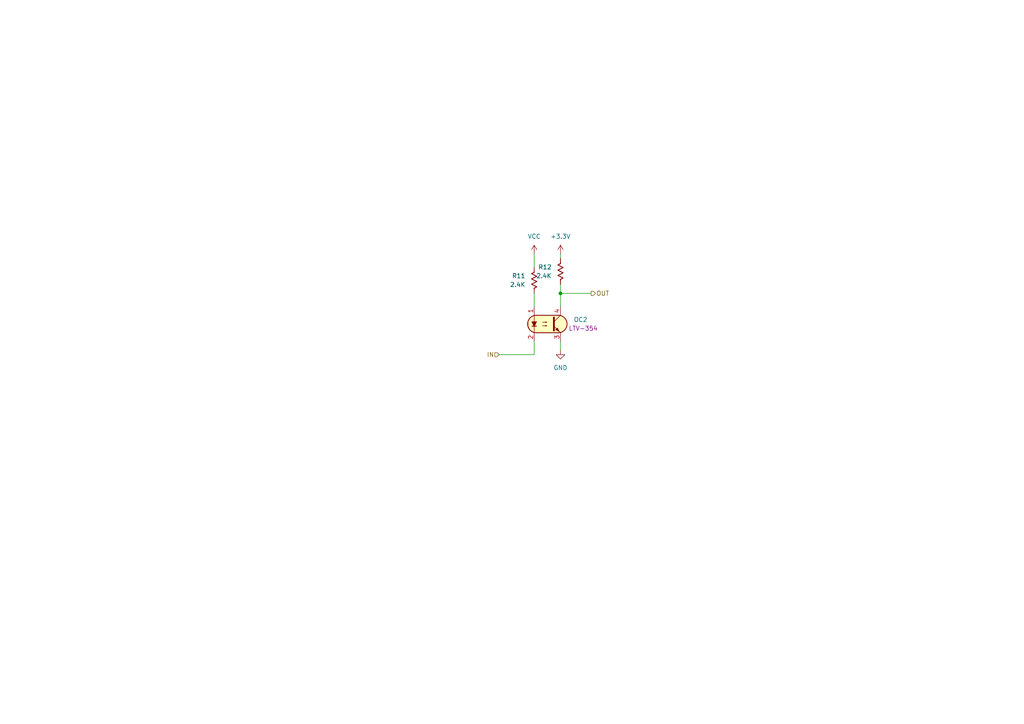
<source format=kicad_sch>
(kicad_sch (version 20250114) (generator "eeschema") (generator_version "9.0")
  (paper "A4")
  (lib_symbols
    (symbol "GP8211S-TC50:R_0603" (pin_numbers (hide yes)) (pin_names (offset 0))
      (property "Reference" "R" (at 2.54 1.27 0))
      (property "Value" "R_0603" (at 2.54 -1.27 0))
      (symbol "R_0603_0_1"
        (polyline (pts (xy 0 2.286) (xy 0 2.54)) (stroke (width 0.254)))
        (polyline (pts (xy 0 2.286) (xy 0.762 1.905) (xy -0.762 1.143) (xy 0 0.762) (xy 0.762 0.381) (xy 0 0) (xy -0.762 -0.381) (xy 0 -0.762) (xy 0.762 -1.143) (xy 0 -1.524) (xy -0.762 -1.905) (xy 0 -2.286)) (stroke (width 0.254)))
        (polyline (pts (xy 0 -2.286) (xy 0 -2.54)) (stroke (width 0.254)))
      )
      (symbol "R_0603_0_2"
        (polyline (pts (xy -2.54 -2.54) (xy -1.778 -1.778)))
        (polyline (pts (xy -1.778 -1.778) (xy -1.524 -1.524)) (stroke (width 0.254)))
        (polyline (pts (xy -1.524 -1.524) (xy -1.778 -0.762) (xy -1.016 -1.016)) (stroke (width 0.254)))
        (polyline (pts (xy -0.508 -0.508) (xy -0.762 0.254) (xy 0 0)) (stroke (width 0.254)))
        (polyline (pts (xy -0.508 -0.508) (xy -0.254 -1.27) (xy -1.016 -1.016)) (stroke (width 0.254)))
        (polyline (pts (xy 0.508 0.508) (xy 0.254 1.27) (xy 1.016 1.016)) (stroke (width 0.254)))
        (polyline (pts (xy 0.508 0.508) (xy 0.762 -0.254) (xy 0 0)) (stroke (width 0.254)))
        (polyline (pts (xy 1.524 1.524) (xy 1.778 0.762) (xy 1.016 1.016)) (stroke (width 0.254)))
        (polyline (pts (xy 1.778 1.778) (xy 1.524 1.524)) (stroke (width 0.254)))
        (polyline (pts (xy 1.778 1.778) (xy 2.54 2.54)))
      )
      (symbol "R_0603_1_1"
        (pin passive line (at 0 3.81 270) (length 1.27) (name "~") (number "1"))
        (pin passive line (at 0 -3.81 90) (length 1.27) (name "~") (number "2"))
      )
      (symbol "R_0603_1_2"
        (pin passive line (at -2.54 -2.54 0) (length 0) (name "") (number "2"))
        (pin passive line (at 2.54 2.54 180) (length 0) (name "") (number "1"))
      )
    )
    (symbol "Optocoupler_AKL:FOD817S" (pin_names (offset 1.016))
      (property "Reference" "OC" (at 6.35 1.27 0))
      (property "Value" "FOD817S" (at 6.35 -1.27 0))
      (symbol "FOD817S_0_1"
        (polyline (pts (xy -4.445 -0.635) (xy -3.175 -0.635)) (stroke (width 0.254)))
        (polyline (pts (xy -3.81 -0.635) (xy -4.445 0.635) (xy -3.175 0.635) (xy -3.81 -0.635)) (stroke (width 0.254)) (fill (type outline)))
        (polyline (pts (xy -3.81 -2.54) (xy -3.81 -1.27) (xy -3.81 2.54)) (stroke (width 0.1524)))
        (polyline (pts (xy -3.175 2.54) (xy 3.175 2.54)) (stroke (width 0.254)))
        (arc (start -3.1975 -2.54) (mid -5.7151 0) (end -3.1975 2.54) (stroke (width 0.254)))
        (polyline (pts (xy -2.54 2.54) (xy 3.429 2.54) (xy 4.318 2.286) (xy 4.699 2.032) (xy 5.08 1.651) (xy 5.461 1.016) (xy 5.715 0.381) (xy 5.715 -0.381) (xy 5.461 -1.143) (xy 4.826 -1.905) (xy 4.191 -2.286) (xy 3.302 -2.54) (xy -3.81 -2.54) (xy -3.81 -2.54) (xy -4.572 -2.032) (xy -5.08 -1.778) (xy -5.588 -0.508) (xy -5.588 0.254) (xy -5.588 1.016) (xy -5.08 1.778) (xy -4.318 2.286) (xy -3.556 2.54) (xy -2.54 2.54)) (stroke (width 0.01)) (fill (type background)))
        (polyline (pts (xy -1.397 0.508) (xy -0.127 0.508) (xy -0.508 0.381) (xy -0.508 0.635) (xy -0.127 0.508)))
        (polyline (pts (xy -1.397 -0.508) (xy -0.127 -0.508) (xy -0.508 -0.635) (xy -0.508 -0.381) (xy -0.127 -0.508)))
        (polyline (pts (xy 1.905 1.905) (xy 1.905 -1.905) (xy 1.905 -1.905)) (stroke (width 0.508)))
        (polyline (pts (xy 1.905 0.635) (xy 3.81 2.54)))
        (polyline (pts (xy 2.413 -1.651) (xy 2.921 -1.143) (xy 3.429 -2.159) (xy 2.413 -1.651) (xy 2.413 -1.651)) (fill (type outline)))
        (arc (start 3.1975 2.54) (mid 5.7151 0) (end 3.1975 -2.54) (stroke (width 0.254)))
        (polyline (pts (xy 3.175 -2.54) (xy -3.175 -2.54)) (stroke (width 0.254)))
        (polyline (pts (xy 3.81 -2.54) (xy 1.905 -0.635)) (fill (type outline)))
      )
      (symbol "FOD817S_1_1"
        (pin passive line (at -3.81 5.08 270) (length 2.54) (name "~") (number "1"))
        (pin passive line (at -3.81 -5.08 90) (length 2.54) (name "~") (number "2"))
        (pin passive line (at 3.81 5.08 270) (length 2.54) (name "~") (number "4"))
        (pin passive line (at 3.81 -5.08 90) (length 2.54) (name "~") (number "3"))
      )
    )
    (symbol "power:+3.3V" (power) (pin_numbers (hide yes)) (pin_names (offset 0) (hide yes))
      (property "Value" "+3.3V" (at 0 3.556 0))
      (symbol "+3.3V_0_1"
        (polyline (pts (xy -0.762 1.27) (xy 0 2.54)))
        (polyline (pts (xy 0 2.54) (xy 0.762 1.27)))
        (polyline (pts (xy 0 0) (xy 0 2.54)))
      )
      (symbol "+3.3V_1_1"
        (pin power_in line (at 0 0 90) (length 0) (name "~") (number "1"))
      )
    )
    (symbol "power:GND" (power) (pin_numbers (hide yes)) (pin_names (offset 0) (hide yes))
      (property "Value" "GND" (at 0 -3.81 0))
      (symbol "GND_0_1"
        (polyline (pts (xy 0 0) (xy 0 -1.27) (xy 1.27 -1.27) (xy 0 -2.54) (xy -1.27 -1.27) (xy 0 -1.27)))
      )
      (symbol "GND_1_1"
        (pin power_in line (at 0 0 270) (length 0) (name "~") (number "1"))
      )
    )
    (symbol "power:VCC" (power) (pin_numbers (hide yes)) (pin_names (offset 0) (hide yes))
      (property "Value" "VCC" (at 0 3.556 0))
      (symbol "VCC_0_1"
        (polyline (pts (xy -0.762 1.27) (xy 0 2.54)))
        (polyline (pts (xy 0 2.54) (xy 0.762 1.27)))
        (polyline (pts (xy 0 0) (xy 0 2.54)))
      )
      (symbol "VCC_1_1"
        (pin power_in line (at 0 0 90) (length 0) (name "~") (number "1"))
      )
    )
  )
  (junction (at 162.56 85.09))
  (wire (pts (xy 154.94 73.66) (xy 154.94 77.47)))
  (wire (pts (xy 162.56 85.09) (xy 171.45 85.09)))
  (wire (pts (xy 144.78 102.87) (xy 154.94 102.87)))
  (wire (pts (xy 162.56 73.66) (xy 162.56 74.93)))
  (wire (pts (xy 162.56 99.06) (xy 162.56 101.6)))
  (wire (pts (xy 154.94 102.87) (xy 154.94 99.06)))
  (wire (pts (xy 162.56 82.55) (xy 162.56 85.09)))
  (wire (pts (xy 154.94 85.09) (xy 154.94 88.9)))
  (wire (pts (xy 162.56 85.09) (xy 162.56 88.9)))
  (hierarchical_label "OUT" (shape output) (at 171.45 85.09 0))
  (hierarchical_label "IN" (shape input) (at 144.78 102.87 180))
  (symbol (lib_id "power:+3.3V") (at 162.56 73.66 0) (unit 1)
    (property "Reference" "#PWR024" (effects (hide yes)))
    (property "Value" "+3.3V" (at 162.56 68.58 0))
    (property "Description" "Power symbol creates a global label with name \"+3.3V\"" (effects (hide yes)))
  )
  (symbol (lib_id "power:VCC") (at 154.94 73.66 0) (unit 1)
    (property "Reference" "#PWR023" (effects (hide yes)))
    (property "Value" "VCC" (at 154.94 68.58 0))
    (property "Description" "Power symbol creates a global label with name \"VCC\"" (effects (hide yes)))
  )
  (symbol (lib_id "GP8211S-TC50:R_0603") (at 162.56 78.74 0) (mirror x) (unit 1)
    (property "Reference" "R12" (at 160.02 77.4699 0) (effects (justify right)))
    (property "Value" "2.4K" (at 160.02 80.0099 0) (effects (justify right)))
    (property "Footprint" "PCM_Resistor_SMD_AKL:R_0603_1608Metric" (effects (hide yes)))
    (property "Description" "SMD 0603 Chip Resistor, US Symbol, Alternate KiCad Library" (effects (hide yes)))
  )
  (symbol (lib_id "GP8211S-TC50:R_0603") (at 154.94 81.28 0) (mirror x) (unit 1)
    (property "Reference" "R11" (at 152.4 80.0099 0) (effects (justify right)))
    (property "Value" "2.4K" (at 152.4 82.5499 0) (effects (justify right)))
    (property "Footprint" "PCM_Resistor_SMD_AKL:R_0603_1608Metric" (effects (hide yes)))
    (property "Description" "SMD 0603 Chip Resistor, US Symbol, Alternate KiCad Library" (effects (hide yes)))
  )
  (symbol (lib_id "Optocoupler_AKL:FOD817S") (at 158.75 93.98 0) (unit 1)
    (property "Reference" "OC2" (at 166.37 92.7099 0) (effects (justify left)))
    (property "Value" "FOD817S" (effects (hide yes)))
    (property "Footprint" "Package_DIP_AKL:SMDIP-4_W9.53mm" (effects (hide yes)))
    (property "Datasheet" "https://www.tme.eu/Document/3a0358906a5fcb3aa253d025de809a1d/FOD814300W.PDF" (effects (hide yes)))
    (property "Description" "SMDIP-4 Optocoupler, Transistor output, 5kV, 8us, Alternate KiCAD Library" (effects (hide yes)))
    (property "Part Number" "LTV-354" (at 169.164 95.25 0))
  )
  (symbol (lib_id "power:GND") (at 162.56 101.6 0) (unit 1)
    (property "Reference" "#PWR025" (effects (hide yes)))
    (property "Value" "GND" (at 162.56 106.68 0))
    (property "Description" "Power symbol creates a global label with name \"GND\" , ground" (effects (hide yes)))
  )
)
</source>
